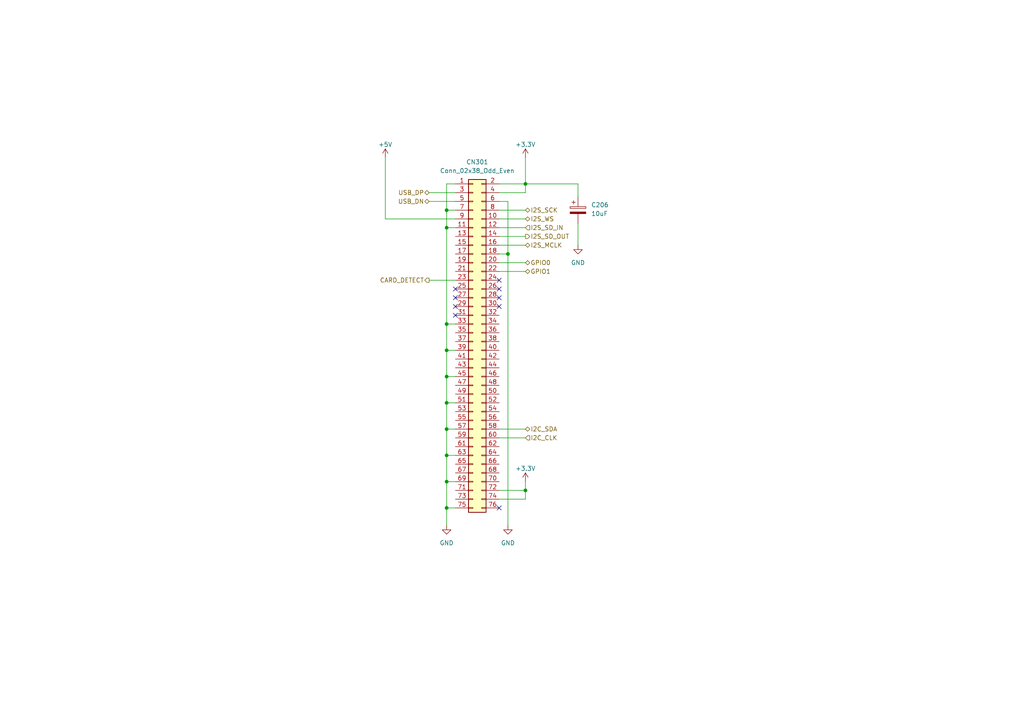
<source format=kicad_sch>
(kicad_sch (version 20230121) (generator eeschema)
  (paper "A4")
  (lib_symbols
    (symbol "Connector_Generic:Conn_02x38_Odd_Even" (pin_names (offset 1.016) hide)
      (property "Reference" "J" (at 1.27 48.26 0))
      (property "Value" "Conn_02x38_Odd_Even" (at 1.27 -50.8 0))
      (symbol "Conn_02x38_Odd_Even_1_1"
        (rectangle (start -1.27 -48.133) (end 0 -48.387) (stroke (width 0.1524)))
        (rectangle (start -1.27 -45.593) (end 0 -45.847) (stroke (width 0.1524)))
        (rectangle (start -1.27 -43.053) (end 0 -43.307) (stroke (width 0.1524)))
        (rectangle (start -1.27 -40.513) (end 0 -40.767) (stroke (width 0.1524)))
        (rectangle (start -1.27 -37.973) (end 0 -38.227) (stroke (width 0.1524)))
        (rectangle (start -1.27 -35.433) (end 0 -35.687) (stroke (width 0.1524)))
        (rectangle (start -1.27 -32.893) (end 0 -33.147) (stroke (width 0.1524)))
        (rectangle (start -1.27 -30.353) (end 0 -30.607) (stroke (width 0.1524)))
        (rectangle (start -1.27 -27.813) (end 0 -28.067) (stroke (width 0.1524)))
        (rectangle (start -1.27 -25.273) (end 0 -25.527) (stroke (width 0.1524)))
        (rectangle (start -1.27 -22.733) (end 0 -22.987) (stroke (width 0.1524)))
        (rectangle (start -1.27 -20.193) (end 0 -20.447) (stroke (width 0.1524)))
        (rectangle (start -1.27 -17.653) (end 0 -17.907) (stroke (width 0.1524)))
        (rectangle (start -1.27 -15.113) (end 0 -15.367) (stroke (width 0.1524)))
        (rectangle (start -1.27 -12.573) (end 0 -12.827) (stroke (width 0.1524)))
        (rectangle (start -1.27 -10.033) (end 0 -10.287) (stroke (width 0.1524)))
        (rectangle (start -1.27 -7.493) (end 0 -7.747) (stroke (width 0.1524)))
        (rectangle (start -1.27 -4.953) (end 0 -5.207) (stroke (width 0.1524)))
        (rectangle (start -1.27 -2.413) (end 0 -2.667) (stroke (width 0.1524)))
        (rectangle (start -1.27 0.127) (end 0 -0.127) (stroke (width 0.1524)))
        (rectangle (start -1.27 2.667) (end 0 2.413) (stroke (width 0.1524)))
        (rectangle (start -1.27 5.207) (end 0 4.953) (stroke (width 0.1524)))
        (rectangle (start -1.27 7.747) (end 0 7.493) (stroke (width 0.1524)))
        (rectangle (start -1.27 10.287) (end 0 10.033) (stroke (width 0.1524)))
        (rectangle (start -1.27 12.827) (end 0 12.573) (stroke (width 0.1524)))
        (rectangle (start -1.27 15.367) (end 0 15.113) (stroke (width 0.1524)))
        (rectangle (start -1.27 17.907) (end 0 17.653) (stroke (width 0.1524)))
        (rectangle (start -1.27 20.447) (end 0 20.193) (stroke (width 0.1524)))
        (rectangle (start -1.27 22.987) (end 0 22.733) (stroke (width 0.1524)))
        (rectangle (start -1.27 25.527) (end 0 25.273) (stroke (width 0.1524)))
        (rectangle (start -1.27 28.067) (end 0 27.813) (stroke (width 0.1524)))
        (rectangle (start -1.27 30.607) (end 0 30.353) (stroke (width 0.1524)))
        (rectangle (start -1.27 33.147) (end 0 32.893) (stroke (width 0.1524)))
        (rectangle (start -1.27 35.687) (end 0 35.433) (stroke (width 0.1524)))
        (rectangle (start -1.27 38.227) (end 0 37.973) (stroke (width 0.1524)))
        (rectangle (start -1.27 40.767) (end 0 40.513) (stroke (width 0.1524)))
        (rectangle (start -1.27 43.307) (end 0 43.053) (stroke (width 0.1524)))
        (rectangle (start -1.27 45.847) (end 0 45.593) (stroke (width 0.1524)))
        (rectangle (start -1.27 46.99) (end 3.81 -49.53) (stroke (width 0.254)) (fill (type background)))
        (rectangle (start 3.81 -48.133) (end 2.54 -48.387) (stroke (width 0.1524)))
        (rectangle (start 3.81 -45.593) (end 2.54 -45.847) (stroke (width 0.1524)))
        (rectangle (start 3.81 -43.053) (end 2.54 -43.307) (stroke (width 0.1524)))
        (rectangle (start 3.81 -40.513) (end 2.54 -40.767) (stroke (width 0.1524)))
        (rectangle (start 3.81 -37.973) (end 2.54 -38.227) (stroke (width 0.1524)))
        (rectangle (start 3.81 -35.433) (end 2.54 -35.687) (stroke (width 0.1524)))
        (rectangle (start 3.81 -32.893) (end 2.54 -33.147) (stroke (width 0.1524)))
        (rectangle (start 3.81 -30.353) (end 2.54 -30.607) (stroke (width 0.1524)))
        (rectangle (start 3.81 -27.813) (end 2.54 -28.067) (stroke (width 0.1524)))
        (rectangle (start 3.81 -25.273) (end 2.54 -25.527) (stroke (width 0.1524)))
        (rectangle (start 3.81 -22.733) (end 2.54 -22.987) (stroke (width 0.1524)))
        (rectangle (start 3.81 -20.193) (end 2.54 -20.447) (stroke (width 0.1524)))
        (rectangle (start 3.81 -17.653) (end 2.54 -17.907) (stroke (width 0.1524)))
        (rectangle (start 3.81 -15.113) (end 2.54 -15.367) (stroke (width 0.1524)))
        (rectangle (start 3.81 -12.573) (end 2.54 -12.827) (stroke (width 0.1524)))
        (rectangle (start 3.81 -10.033) (end 2.54 -10.287) (stroke (width 0.1524)))
        (rectangle (start 3.81 -7.493) (end 2.54 -7.747) (stroke (width 0.1524)))
        (rectangle (start 3.81 -4.953) (end 2.54 -5.207) (stroke (width 0.1524)))
        (rectangle (start 3.81 -2.413) (end 2.54 -2.667) (stroke (width 0.1524)))
        (rectangle (start 3.81 0.127) (end 2.54 -0.127) (stroke (width 0.1524)))
        (rectangle (start 3.81 2.667) (end 2.54 2.413) (stroke (width 0.1524)))
        (rectangle (start 3.81 5.207) (end 2.54 4.953) (stroke (width 0.1524)))
        (rectangle (start 3.81 7.747) (end 2.54 7.493) (stroke (width 0.1524)))
        (rectangle (start 3.81 10.287) (end 2.54 10.033) (stroke (width 0.1524)))
        (rectangle (start 3.81 12.827) (end 2.54 12.573) (stroke (width 0.1524)))
        (rectangle (start 3.81 15.367) (end 2.54 15.113) (stroke (width 0.1524)))
        (rectangle (start 3.81 17.907) (end 2.54 17.653) (stroke (width 0.1524)))
        (rectangle (start 3.81 20.447) (end 2.54 20.193) (stroke (width 0.1524)))
        (rectangle (start 3.81 22.987) (end 2.54 22.733) (stroke (width 0.1524)))
        (rectangle (start 3.81 25.527) (end 2.54 25.273) (stroke (width 0.1524)))
        (rectangle (start 3.81 28.067) (end 2.54 27.813) (stroke (width 0.1524)))
        (rectangle (start 3.81 30.607) (end 2.54 30.353) (stroke (width 0.1524)))
        (rectangle (start 3.81 33.147) (end 2.54 32.893) (stroke (width 0.1524)))
        (rectangle (start 3.81 35.687) (end 2.54 35.433) (stroke (width 0.1524)))
        (rectangle (start 3.81 38.227) (end 2.54 37.973) (stroke (width 0.1524)))
        (rectangle (start 3.81 40.767) (end 2.54 40.513) (stroke (width 0.1524)))
        (rectangle (start 3.81 43.307) (end 2.54 43.053) (stroke (width 0.1524)))
        (rectangle (start 3.81 45.847) (end 2.54 45.593) (stroke (width 0.1524)))
        (pin passive line (at -5.08 45.72 0) (length 3.81) (name "Pin_1") (number "1"))
        (pin passive line (at 7.62 35.56 180) (length 3.81) (name "Pin_10") (number "10"))
        (pin passive line (at -5.08 33.02 0) (length 3.81) (name "Pin_11") (number "11"))
        (pin passive line (at 7.62 33.02 180) (length 3.81) (name "Pin_12") (number "12"))
        (pin passive line (at -5.08 30.48 0) (length 3.81) (name "Pin_13") (number "13"))
        (pin passive line (at 7.62 30.48 180) (length 3.81) (name "Pin_14") (number "14"))
        (pin passive line (at -5.08 27.94 0) (length 3.81) (name "Pin_15") (number "15"))
        (pin passive line (at 7.62 27.94 180) (length 3.81) (name "Pin_16") (number "16"))
        (pin passive line (at -5.08 25.4 0) (length 3.81) (name "Pin_17") (number "17"))
        (pin passive line (at 7.62 25.4 180) (length 3.81) (name "Pin_18") (number "18"))
        (pin passive line (at -5.08 22.86 0) (length 3.81) (name "Pin_19") (number "19"))
        (pin passive line (at 7.62 45.72 180) (length 3.81) (name "Pin_2") (number "2"))
        (pin passive line (at 7.62 22.86 180) (length 3.81) (name "Pin_20") (number "20"))
        (pin passive line (at -5.08 20.32 0) (length 3.81) (name "Pin_21") (number "21"))
        (pin passive line (at 7.62 20.32 180) (length 3.81) (name "Pin_22") (number "22"))
        (pin passive line (at -5.08 17.78 0) (length 3.81) (name "Pin_23") (number "23"))
        (pin passive line (at 7.62 17.78 180) (length 3.81) (name "Pin_24") (number "24"))
        (pin passive line (at -5.08 15.24 0) (length 3.81) (name "Pin_25") (number "25"))
        (pin passive line (at 7.62 15.24 180) (length 3.81) (name "Pin_26") (number "26"))
        (pin passive line (at -5.08 12.7 0) (length 3.81) (name "Pin_27") (number "27"))
        (pin passive line (at 7.62 12.7 180) (length 3.81) (name "Pin_28") (number "28"))
        (pin passive line (at -5.08 10.16 0) (length 3.81) (name "Pin_29") (number "29"))
        (pin passive line (at -5.08 43.18 0) (length 3.81) (name "Pin_3") (number "3"))
        (pin passive line (at 7.62 10.16 180) (length 3.81) (name "Pin_30") (number "30"))
        (pin passive line (at -5.08 7.62 0) (length 3.81) (name "Pin_31") (number "31"))
        (pin passive line (at 7.62 7.62 180) (length 3.81) (name "Pin_32") (number "32"))
        (pin passive line (at -5.08 5.08 0) (length 3.81) (name "Pin_33") (number "33"))
        (pin passive line (at 7.62 5.08 180) (length 3.81) (name "Pin_34") (number "34"))
        (pin passive line (at -5.08 2.54 0) (length 3.81) (name "Pin_35") (number "35"))
        (pin passive line (at 7.62 2.54 180) (length 3.81) (name "Pin_36") (number "36"))
        (pin passive line (at -5.08 0 0) (length 3.81) (name "Pin_37") (number "37"))
        (pin passive line (at 7.62 0 180) (length 3.81) (name "Pin_38") (number "38"))
        (pin passive line (at -5.08 -2.54 0) (length 3.81) (name "Pin_39") (number "39"))
        (pin passive line (at 7.62 43.18 180) (length 3.81) (name "Pin_4") (number "4"))
        (pin passive line (at 7.62 -2.54 180) (length 3.81) (name "Pin_40") (number "40"))
        (pin passive line (at -5.08 -5.08 0) (length 3.81) (name "Pin_41") (number "41"))
        (pin passive line (at 7.62 -5.08 180) (length 3.81) (name "Pin_42") (number "42"))
        (pin passive line (at -5.08 -7.62 0) (length 3.81) (name "Pin_43") (number "43"))
        (pin passive line (at 7.62 -7.62 180) (length 3.81) (name "Pin_44") (number "44"))
        (pin passive line (at -5.08 -10.16 0) (length 3.81) (name "Pin_45") (number "45"))
        (pin passive line (at 7.62 -10.16 180) (length 3.81) (name "Pin_46") (number "46"))
        (pin passive line (at -5.08 -12.7 0) (length 3.81) (name "Pin_47") (number "47"))
        (pin passive line (at 7.62 -12.7 180) (length 3.81) (name "Pin_48") (number "48"))
        (pin passive line (at -5.08 -15.24 0) (length 3.81) (name "Pin_49") (number "49"))
        (pin passive line (at -5.08 40.64 0) (length 3.81) (name "Pin_5") (number "5"))
        (pin passive line (at 7.62 -15.24 180) (length 3.81) (name "Pin_50") (number "50"))
        (pin passive line (at -5.08 -17.78 0) (length 3.81) (name "Pin_51") (number "51"))
        (pin passive line (at 7.62 -17.78 180) (length 3.81) (name "Pin_52") (number "52"))
        (pin passive line (at -5.08 -20.32 0) (length 3.81) (name "Pin_53") (number "53"))
        (pin passive line (at 7.62 -20.32 180) (length 3.81) (name "Pin_54") (number "54"))
        (pin passive line (at -5.08 -22.86 0) (length 3.81) (name "Pin_55") (number "55"))
        (pin passive line (at 7.62 -22.86 180) (length 3.81) (name "Pin_56") (number "56"))
        (pin passive line (at -5.08 -25.4 0) (length 3.81) (name "Pin_57") (number "57"))
        (pin passive line (at 7.62 -25.4 180) (length 3.81) (name "Pin_58") (number "58"))
        (pin passive line (at -5.08 -27.94 0) (length 3.81) (name "Pin_59") (number "59"))
        (pin passive line (at 7.62 40.64 180) (length 3.81) (name "Pin_6") (number "6"))
        (pin passive line (at 7.62 -27.94 180) (length 3.81) (name "Pin_60") (number "60"))
        (pin passive line (at -5.08 -30.48 0) (length 3.81) (name "Pin_61") (number "61"))
        (pin passive line (at 7.62 -30.48 180) (length 3.81) (name "Pin_62") (number "62"))
        (pin passive line (at -5.08 -33.02 0) (length 3.81) (name "Pin_63") (number "63"))
        (pin passive line (at 7.62 -33.02 180) (length 3.81) (name "Pin_64") (number "64"))
        (pin passive line (at -5.08 -35.56 0) (length 3.81) (name "Pin_65") (number "65"))
        (pin passive line (at 7.62 -35.56 180) (length 3.81) (name "Pin_66") (number "66"))
        (pin passive line (at -5.08 -38.1 0) (length 3.81) (name "Pin_67") (number "67"))
        (pin passive line (at 7.62 -38.1 180) (length 3.81) (name "Pin_68") (number "68"))
        (pin passive line (at -5.08 -40.64 0) (length 3.81) (name "Pin_69") (number "69"))
        (pin passive line (at -5.08 38.1 0) (length 3.81) (name "Pin_7") (number "7"))
        (pin passive line (at 7.62 -40.64 180) (length 3.81) (name "Pin_70") (number "70"))
        (pin passive line (at -5.08 -43.18 0) (length 3.81) (name "Pin_71") (number "71"))
        (pin passive line (at 7.62 -43.18 180) (length 3.81) (name "Pin_72") (number "72"))
        (pin passive line (at -5.08 -45.72 0) (length 3.81) (name "Pin_73") (number "73"))
        (pin passive line (at 7.62 -45.72 180) (length 3.81) (name "Pin_74") (number "74"))
        (pin passive line (at -5.08 -48.26 0) (length 3.81) (name "Pin_75") (number "75"))
        (pin passive line (at 7.62 -48.26 180) (length 3.81) (name "Pin_76") (number "76"))
        (pin passive line (at 7.62 38.1 180) (length 3.81) (name "Pin_8") (number "8"))
        (pin passive line (at -5.08 35.56 0) (length 3.81) (name "Pin_9") (number "9"))
      )
    )
    (symbol "Device:C_Polarized" (pin_numbers hide) (pin_names (offset 0.254))
      (property "Reference" "C" (at 0.635 2.54 0))
      (property "Value" "C_Polarized" (at 0.635 -2.54 0))
      (symbol "C_Polarized_0_1"
        (rectangle (start -2.286 0.508) (end 2.286 1.016))
        (polyline (pts (xy -1.778 2.286) (xy -0.762 2.286)))
        (polyline (pts (xy -1.27 2.794) (xy -1.27 1.778)))
        (rectangle (start 2.286 -0.508) (end -2.286 -1.016) (fill (type outline)))
      )
      (symbol "C_Polarized_1_1"
        (pin passive line (at 0 3.81 270) (length 2.794) (name "~") (number "1"))
        (pin passive line (at 0 -3.81 90) (length 2.794) (name "~") (number "2"))
      )
    )
    (symbol "power:+3.3V" (power) (pin_names (offset 0))
      (property "Value" "+3.3V" (at 0 3.556 0))
      (symbol "+3.3V_0_1"
        (polyline (pts (xy -0.762 1.27) (xy 0 2.54)))
        (polyline (pts (xy 0 0) (xy 0 2.54)))
        (polyline (pts (xy 0 2.54) (xy 0.762 1.27)))
      )
      (symbol "+3.3V_1_1"
        (pin power_in line (at 0 0 90) (length 0) hide (name "+3.3V") (number "1"))
      )
    )
    (symbol "power:+5V" (power) (pin_names (offset 0))
      (property "Value" "+5V" (at 0 3.556 0))
      (symbol "+5V_0_1"
        (polyline (pts (xy -0.762 1.27) (xy 0 2.54)))
        (polyline (pts (xy 0 0) (xy 0 2.54)))
        (polyline (pts (xy 0 2.54) (xy 0.762 1.27)))
      )
      (symbol "+5V_1_1"
        (pin power_in line (at 0 0 90) (length 0) hide (name "+5V") (number "1"))
      )
    )
    (symbol "power:GND" (power) (pin_names (offset 0))
      (property "Value" "GND" (at 0 -3.81 0))
      (symbol "GND_0_1"
        (polyline (pts (xy 0 0) (xy 0 -1.27) (xy 1.27 -1.27) (xy 0 -2.54) (xy -1.27 -1.27) (xy 0 -1.27)))
      )
      (symbol "GND_1_1"
        (pin power_in line (at 0 0 270) (length 0) hide (name "GND") (number "1"))
      )
    )
  )
  (junction (at 152.4 53.34))
  (junction (at 129.54 116.84))
  (junction (at 129.54 147.32))
  (junction (at 152.4 142.24))
  (junction (at 129.54 132.08))
  (junction (at 129.54 124.46))
  (junction (at 129.54 93.98))
  (junction (at 129.54 109.22))
  (junction (at 129.54 139.7))
  (junction (at 147.32 73.66))
  (junction (at 129.54 66.04))
  (junction (at 129.54 101.6))
  (junction (at 129.54 60.96))
  (no_connect (at 144.78 88.9))
  (no_connect (at 132.08 88.9))
  (no_connect (at 144.78 81.28))
  (no_connect (at 132.08 91.44))
  (no_connect (at 144.78 147.32))
  (no_connect (at 144.78 86.36))
  (no_connect (at 144.78 83.82))
  (no_connect (at 132.08 86.36))
  (no_connect (at 132.08 83.82))
  (wire (pts (xy 144.78 68.58) (xy 152.4 68.58)))
  (wire (pts (xy 144.78 78.74) (xy 152.4 78.74)))
  (wire (pts (xy 129.54 147.32) (xy 129.54 152.4)))
  (wire (pts (xy 129.54 60.96) (xy 129.54 66.04)))
  (wire (pts (xy 129.54 53.34) (xy 129.54 60.96)))
  (wire (pts (xy 129.54 53.34) (xy 132.08 53.34)))
  (wire (pts (xy 144.78 124.46) (xy 152.4 124.46)))
  (wire (pts (xy 152.4 139.7) (xy 152.4 142.24)))
  (wire (pts (xy 144.78 144.78) (xy 152.4 144.78)))
  (wire (pts (xy 111.76 45.72) (xy 111.76 63.5)))
  (wire (pts (xy 144.78 66.04) (xy 152.4 66.04)))
  (wire (pts (xy 129.54 139.7) (xy 129.54 147.32)))
  (wire (pts (xy 129.54 66.04) (xy 132.08 66.04)))
  (wire (pts (xy 147.32 58.42) (xy 147.32 73.66)))
  (wire (pts (xy 144.78 58.42) (xy 147.32 58.42)))
  (wire (pts (xy 152.4 144.78) (xy 152.4 142.24)))
  (wire (pts (xy 124.46 55.88) (xy 132.08 55.88)))
  (wire (pts (xy 132.08 147.32) (xy 129.54 147.32)))
  (wire (pts (xy 144.78 71.12) (xy 152.4 71.12)))
  (wire (pts (xy 147.32 73.66) (xy 147.32 152.4)))
  (wire (pts (xy 144.78 142.24) (xy 152.4 142.24)))
  (wire (pts (xy 129.54 101.6) (xy 129.54 109.22)))
  (wire (pts (xy 129.54 124.46) (xy 129.54 132.08)))
  (wire (pts (xy 144.78 127) (xy 152.4 127)))
  (wire (pts (xy 167.64 64.77) (xy 167.64 71.12)))
  (wire (pts (xy 152.4 53.34) (xy 167.64 53.34)))
  (wire (pts (xy 144.78 76.2) (xy 152.4 76.2)))
  (wire (pts (xy 129.54 93.98) (xy 132.08 93.98)))
  (wire (pts (xy 124.46 81.28) (xy 132.08 81.28)))
  (wire (pts (xy 144.78 53.34) (xy 152.4 53.34)))
  (wire (pts (xy 129.54 101.6) (xy 132.08 101.6)))
  (wire (pts (xy 129.54 116.84) (xy 132.08 116.84)))
  (wire (pts (xy 129.54 93.98) (xy 129.54 101.6)))
  (wire (pts (xy 129.54 109.22) (xy 129.54 116.84)))
  (wire (pts (xy 167.64 53.34) (xy 167.64 57.15)))
  (wire (pts (xy 144.78 55.88) (xy 152.4 55.88)))
  (wire (pts (xy 129.54 124.46) (xy 132.08 124.46)))
  (wire (pts (xy 124.46 58.42) (xy 132.08 58.42)))
  (wire (pts (xy 144.78 63.5) (xy 152.4 63.5)))
  (wire (pts (xy 152.4 55.88) (xy 152.4 53.34)))
  (wire (pts (xy 129.54 66.04) (xy 129.54 93.98)))
  (wire (pts (xy 129.54 60.96) (xy 132.08 60.96)))
  (wire (pts (xy 111.76 63.5) (xy 132.08 63.5)))
  (wire (pts (xy 129.54 116.84) (xy 129.54 124.46)))
  (wire (pts (xy 129.54 132.08) (xy 132.08 132.08)))
  (wire (pts (xy 129.54 109.22) (xy 132.08 109.22)))
  (wire (pts (xy 129.54 132.08) (xy 129.54 139.7)))
  (wire (pts (xy 152.4 45.72) (xy 152.4 53.34)))
  (wire (pts (xy 144.78 73.66) (xy 147.32 73.66)))
  (wire (pts (xy 144.78 60.96) (xy 152.4 60.96)))
  (wire (pts (xy 129.54 139.7) (xy 132.08 139.7)))
  (hierarchical_label "I2C_SDA" (shape bidirectional) (at 152.4 124.46 0))
  (hierarchical_label "GPIO1" (shape bidirectional) (at 152.4 78.74 0))
  (hierarchical_label "CARD_DETECT" (shape output) (at 124.46 81.28 180))
  (hierarchical_label "I2S_SCK" (shape bidirectional) (at 152.4 60.96 0))
  (hierarchical_label "I2S_SD_OUT" (shape output) (at 152.4 68.58 0))
  (hierarchical_label "USB_DN" (shape bidirectional) (at 124.46 58.42 180))
  (hierarchical_label "I2C_CLK" (shape input) (at 152.4 127 0))
  (hierarchical_label "I2S_MCLK" (shape bidirectional) (at 152.4 71.12 0))
  (hierarchical_label "I2S_WS" (shape bidirectional) (at 152.4 63.5 0))
  (hierarchical_label "I2S_SD_IN" (shape input) (at 152.4 66.04 0))
  (hierarchical_label "USB_DP" (shape bidirectional) (at 124.46 55.88 180))
  (hierarchical_label "GPIO0" (shape bidirectional) (at 152.4 76.2 0))
  (symbol (lib_id "power:+3.3V") (at 152.4 45.72 0) (unit 1)
    (property "Reference" "#PWR0302" (effects hide))
    (property "Value" "+3.3V" (at 152.4 41.91 0))
    (instances (project "TLV320ADC6120-MOD" (path "" (reference "#PWR0302") (unit 1))) (project "PCM5142-MOD-HP" (path "" (reference "#PWR0602") (unit 1))) (project "STM32-USB-Audio-Board" (path "" (reference "#PWR0501") (unit 1)) (path "" (reference "#PWR0601") (unit 1))))
  )
  (symbol (lib_id "Connector_Generic:Conn_02x38_Odd_Even") (at 137.16 99.06 0) (unit 1)
    (property "Reference" "CN301" (at 138.43 46.99 0))
    (property "Value" "Conn_02x38_Odd_Even" (at 138.43 49.53 0))
    (property "Footprint" "MyLibrary:NGFF_E" (effects hide))
    (instances (project "TLV320ADC6120-MOD" (path "" (reference "CN301") (unit 1))) (project "PCM5142-MOD-HP" (path "" (reference "CN601") (unit 1))) (project "STM32-USB-Audio-Board" (path "" (reference "CN501") (unit 1)) (path "" (reference "CN601") (unit 1))))
  )
  (symbol (lib_id "power:GND") (at 129.54 152.4 0) (unit 1)
    (property "Reference" "#PWR0305" (effects hide))
    (property "Value" "GND" (at 129.54 157.48 0))
    (instances (project "TLV320ADC6120-MOD" (path "" (reference "#PWR0305") (unit 1))) (project "PCM5142-MOD-HP" (path "" (reference "#PWR0605") (unit 1))) (project "STM32-USB-Audio-Board" (path "" (reference "#PWR0503") (unit 1)) (path "" (reference "#PWR0603") (unit 1))))
  )
  (symbol (lib_id "power:+5V") (at 111.76 45.72 0) (unit 1)
    (property "Reference" "#PWR0301" (effects hide))
    (property "Value" "+5V" (at 111.76 41.91 0))
    (instances (project "TLV320ADC6120-MOD" (path "" (reference "#PWR0301") (unit 1))) (project "PCM5142-MOD-HP" (path "" (reference "#PWR0601") (unit 1))) (project "STM32-USB-Audio-Board" (path "" (reference "#PWR0506") (unit 1)) (path "" (reference "#PWR0606") (unit 1))))
  )
  (symbol (lib_id "Device:C_Polarized") (at 167.64 60.96 0) (unit 1)
    (property "Reference" "C206" (at 171.45 59.436 0) (effects (justify left)))
    (property "Value" "10uF" (at 171.45 61.976 0) (effects (justify left)))
    (property "Footprint" "Capacitor_Tantalum_SMD:CP_EIA-3216-18_Kemet-A" (effects hide))
    (instances (project "Quad_RAK3172_Board" (path "" (reference "C206") (unit 1))) (project "TLV320ADC6120-MOD" (path "" (reference "C301") (unit 1))) (project "PCM5142-MOD-HP" (path "" (reference "C601") (unit 1))) (project "STM32-USB-Audio-Board" (path "" (reference "C311") (unit 1)) (path "" (reference "C501") (unit 1)) (path "" (reference "C601") (unit 1))))
  )
  (symbol (lib_id "power:+3.3V") (at 152.4 139.7 0) (unit 1)
    (property "Reference" "#PWR0304" (effects hide))
    (property "Value" "+3.3V" (at 152.4 135.89 0))
    (instances (project "TLV320ADC6120-MOD" (path "" (reference "#PWR0304") (unit 1))) (project "PCM5142-MOD-HP" (path "" (reference "#PWR0604") (unit 1))) (project "STM32-USB-Audio-Board" (path "" (reference "#PWR0502") (unit 1)) (path "" (reference "#PWR0602") (unit 1))))
  )
  (symbol (lib_id "power:GND") (at 167.64 71.12 0) (unit 1)
    (property "Reference" "#PWR0303" (effects hide))
    (property "Value" "GND" (at 167.64 76.2 0))
    (instances (project "TLV320ADC6120-MOD" (path "" (reference "#PWR0303") (unit 1))) (project "PCM5142-MOD-HP" (path "" (reference "#PWR0603") (unit 1))) (project "STM32-USB-Audio-Board" (path "" (reference "#PWR0505") (unit 1)) (path "" (reference "#PWR0605") (unit 1))))
  )
  (symbol (lib_id "power:GND") (at 147.32 152.4 0) (unit 1)
    (property "Reference" "#PWR0306" (effects hide))
    (property "Value" "GND" (at 147.32 157.48 0))
    (instances (project "TLV320ADC6120-MOD" (path "" (reference "#PWR0306") (unit 1))) (project "PCM5142-MOD-HP" (path "" (reference "#PWR0606") (unit 1))) (project "STM32-USB-Audio-Board" (path "" (reference "#PWR0504") (unit 1)) (path "" (reference "#PWR0604") (unit 1))))
  )
)
</source>
